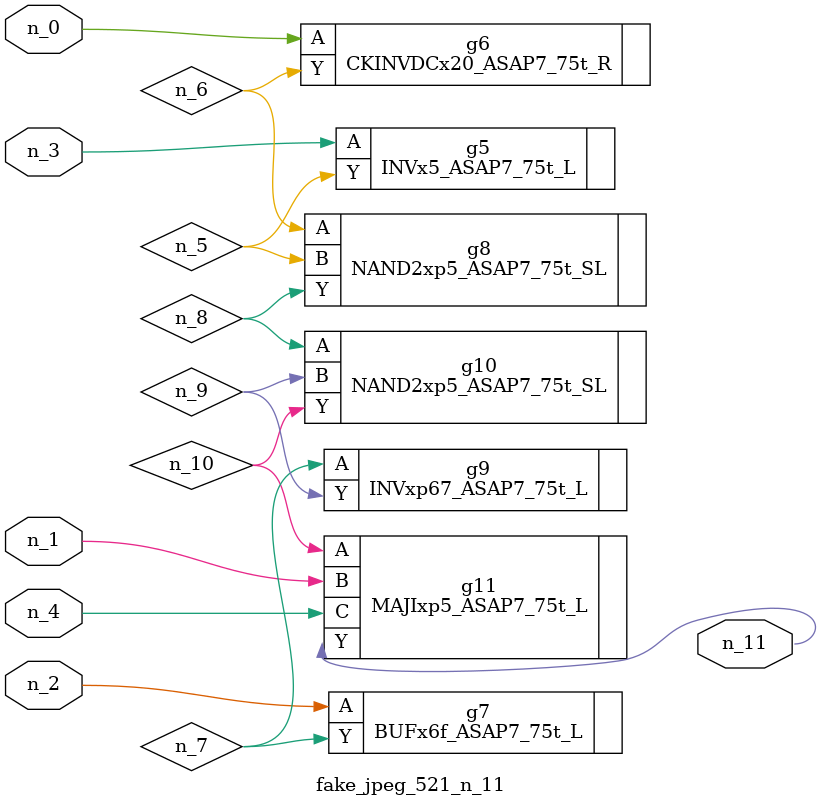
<source format=v>
module fake_jpeg_521_n_11 (n_3, n_2, n_1, n_0, n_4, n_11);

input n_3;
input n_2;
input n_1;
input n_0;
input n_4;

output n_11;

wire n_10;
wire n_8;
wire n_9;
wire n_6;
wire n_5;
wire n_7;

INVx5_ASAP7_75t_L g5 ( 
.A(n_3),
.Y(n_5)
);

CKINVDCx20_ASAP7_75t_R g6 ( 
.A(n_0),
.Y(n_6)
);

BUFx6f_ASAP7_75t_L g7 ( 
.A(n_2),
.Y(n_7)
);

NAND2xp5_ASAP7_75t_SL g8 ( 
.A(n_6),
.B(n_5),
.Y(n_8)
);

NAND2xp5_ASAP7_75t_SL g10 ( 
.A(n_8),
.B(n_9),
.Y(n_10)
);

INVxp67_ASAP7_75t_L g9 ( 
.A(n_7),
.Y(n_9)
);

MAJIxp5_ASAP7_75t_L g11 ( 
.A(n_10),
.B(n_1),
.C(n_4),
.Y(n_11)
);


endmodule
</source>
